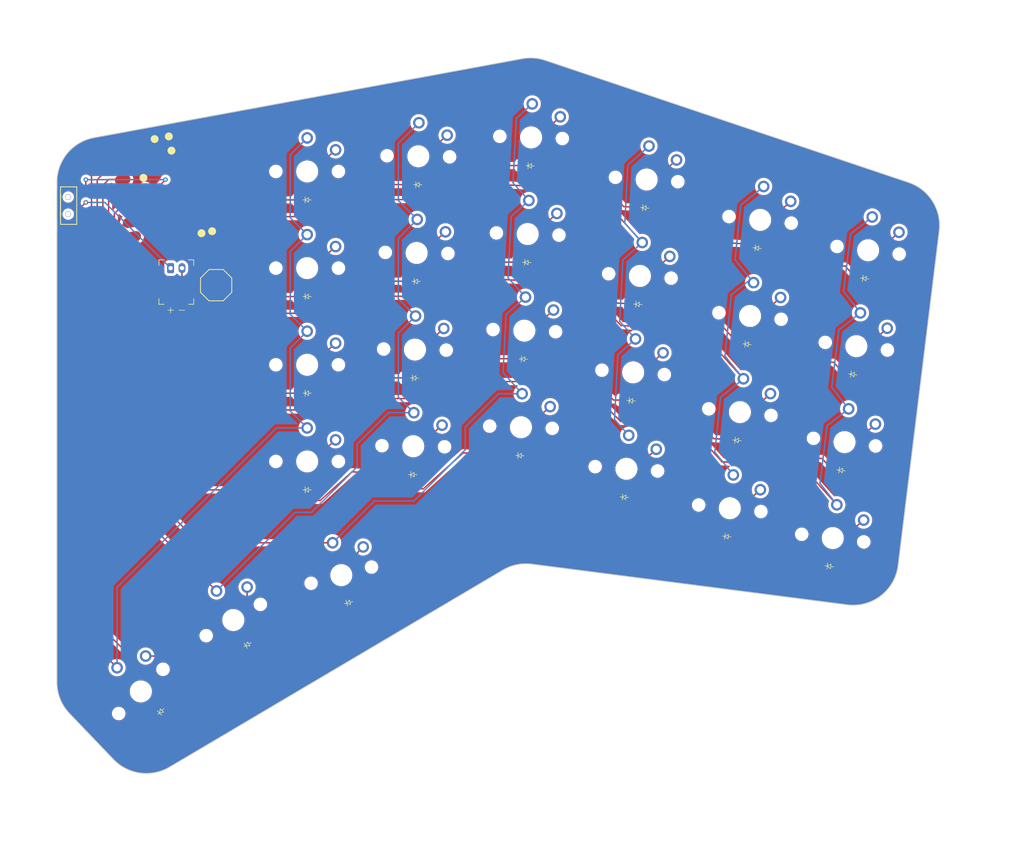
<source format=kicad_pcb>
(kicad_pcb (version 20241229) (generator "pcbnew") (generator_version "9.0")
  (title_block (title "biggie-splays_choc_v1_right") (rev "v1.0.0") (company "Unknown"))
  (layers (0 "F.Cu" signal) (2 "B.Cu" signal) (13 "F.Paste" user) (15 "B.Paste" user) (5 "F.SilkS" user) (7 "B.SilkS" user) (1 "F.Mask" user) (3 "B.Mask" user) (25 "Edge.Cuts" user))
  (net 0 "")
  (net 1 "D5")
  (net 2 "mirror_stretch_bottom")
  (net 3 "GND")
  (net 4 "D1")
  (net 5 "D2")
  (net 6 "mirror_stretch_home")
  (net 7 "mirror_stretch_high")
  (net 8 "mirror_stretch_num")
  (net 9 "D7")
  (net 10 "mirror_pinky_bottom")
  (net 11 "mirror_pinky_home")
  (net 12 "mirror_pinky_high")
  (net 13 "mirror_pinky_num")
  (net 14 "D9")
  (net 15 "mirror_ring_bottom")
  (net 16 "mirror_ring_home")
  (net 17 "mirror_ring_high")
  (net 18 "mirror_ring_num")
  (net 19 "D3")
  (net 20 "mirror_middle_bottom")
  (net 21 "mirror_middle_home")
  (net 22 "mirror_middle_high")
  (net 23 "mirror_middle_num")
  (net 24 "mirror_index_bottom")
  (net 25 "mirror_index_home")
  (net 26 "mirror_index_high")
  (net 27 "mirror_index_num")
  (net 28 "D0")
  (net 29 "mirror_inner_bottom")
  (net 30 "mirror_inner_home")
  (net 31 "mirror_inner_high")
  (net 32 "mirror_inner_num")
  (net 33 "mirror_near_fan")
  (net 34 "mirror_mid_fan")
  (net 35 "mirror_far_fan")
  (net 36 "D4")
  (net 37 "D6")
  (net 38 "D8")
  (net 39 "D10")
  (net 40 "RAW3V3")
  (net 41 "RAW5V")
  (net 42 "RST")
  (net 43 "BAT")
  (net 44 "BATCON")
  (footprint "E73:SPDT_C128955" (layer "F.Cu") (at 141.987921 106.155117 90)
    (property "Reference" "T1" (hide yes))
    (property "Value" "" (hide yes))
  )
  (footprint "E73:SW_TACT_ALPS_SKQGABE010" (layer "F.Cu") (at 167.987919 120.155115 90)
    (property "Reference" "B1" (hide yes))
    (property "Value" "" (hide yes))
  )
  (footprint "ceoloide:diode_tht_sod123" (layer "F.Cu") (at 222.577676 116.1564 -2)
    (property "Reference" "D15" (hide yes))
    (property "Value" "")
  )
  (footprint "ceoloide:diode_tht_sod123" (layer "F.Cu") (at 279.905101 135.847807 -7)
    (property "Reference" "D3" (hide yes))
    (property "Value" "")
  )
  (footprint "ceoloide:diode_tht_sod123" (layer "F.Cu") (at 240.937848 140.478724 -4)
    (property "Reference" "D10" (hide yes))
    (property "Value" "")
  )
  (footprint "ceoloide:diode_tht_sod123" (layer "F.Cu") (at 158.285591 195.137618 45)
    (property "Reference" "D27" (hide yes))
    (property "Value" "")
  )
  (footprint "ceoloide:diode_tht_sod123" (layer "F.Cu") (at 275.761539 169.594377 -7)
    (property "Reference" "D1" (hide yes))
    (property "Value" "")
  )
  (footprint "ceoloide:diode_tht_sod123" (layer "F.Cu") (at 259.529478 147.452974 -6)
    (property "Reference" "D6" (hide yes))
    (property "Value" "")
  )
  (footprint "ceoloide:diode_tht_sod123" (layer "F.Cu") (at 257.752496 164.359846 -6)
    (property "Reference" "D5" (hide yes))
    (property "Value" "")
  )
  (footprint "ceoloide:diode_tht_sod123" (layer "F.Cu") (at 263.083448 113.639229 -6)
    (property "Reference" "D8" (hide yes))
    (property "Value" "")
  )
  (footprint "ceoloide:diode_tht_sod123" (layer "F.Cu") (at 183.987921 122.155117)
    (property "Reference" "D23" (hide yes))
    (property "Value" "")
  )
  (footprint "ceoloide:diode_tht_sod123" (layer "F.Cu") (at 203.143565 119.484604 -1)
    (property "Reference" "D19" (hide yes))
    (property "Value" "")
  )
  (footprint "ceoloide:diode_tht_sod123" (layer "F.Cu") (at 183.987921 139.155116)
    (property "Reference" "D22" (hide yes))
    (property "Value" "")
  )
  (footprint "ceoloide:diode_tht_sod123" (layer "F.Cu") (at 261.306464 130.546102 -6)
    (property "Reference" "D7" (hide yes))
    (property "Value" "")
  )
  (footprint "xiao_smd" (layer "F.Cu") (at 159.987922 102.655117 10.5)
    (property "Reference" "MCU1" (hide yes))
    (property "Value" "")
  )
  (footprint "ceoloide:diode_tht_sod123" (layer "F.Cu") (at 277.83332 152.72109 -7)
    (property "Reference" "D2" (hide yes))
    (property "Value" "")
  )
  (footprint "ceoloide:diode_tht_sod123" (layer "F.Cu") (at 202.846873 136.482015 -1)
    (property "Reference" "D18" (hide yes))
    (property "Value" "")
  )
  (footprint "ceoloide:diode_tht_sod123" (layer "F.Cu") (at 203.440256 102.487194 -1)
    (property "Reference" "D20" (hide yes))
    (property "Value" "")
  )
  (footprint "ceoloide:diode_tht_sod123" (layer "F.Cu") (at 243.309566 106.561545 -4)
    (property "Reference" "D12" (hide yes))
    (property "Value" "")
  )
  (footprint "ceoloide:diode_tht_sod123" (layer "F.Cu") (at 223.170969 99.166756 -2)
    (property "Reference" "D16" (hide yes))
    (property "Value" "")
  )
  (footprint "ceoloide:diode_tht_sod123" (layer "F.Cu") (at 202.550185 153.479426 -1)
    (property "Reference" "D17" (hide yes))
    (property "Value" "")
  )
  (footprint "ceoloide:diode_tht_sod123" (layer "F.Cu") (at 173.503178 183.376037 30)
    (property "Reference" "D26" (hide yes))
    (property "Value" "")
  )
  (footprint "ceoloide:diode_tht_sod123" (layer "F.Cu") (at 239.751987 157.437313 -4)
    (property "Reference" "D9" (hide yes))
    (property "Value" "")
  )
  (footprint "ceoloide:battery_connector_jst_ph_2" (layer "F.Cu") (at 160.987922 117.155117)
    (property "Reference" "JST1" (hide yes))
    (property "Value" "")
  )
  (footprint "ceoloide:diode_tht_sod123" (layer "F.Cu") (at 183.987919 156.155115)
    (property "Reference" "D21" (hide yes))
    (property "Value" "")
  )
  (footprint "ceoloide:diode_tht_sod123" (layer "F.Cu") (at 221.391094 150.135689 -2)
    (property "Reference" "D13" (hide yes))
    (property "Value" "")
  )
  (footprint "ceoloide:diode_tht_sod123" (layer "F.Cu") (at 221.984385 133.146045 -2)
    (property "Reference" "D14" (hide yes))
    (property "Value" "")
  )
  (footprint "ceoloide:diode_tht_sod123" (layer "F.Cu") (at 281.97688 118.974522 -7)
    (property "Reference" "D4" (hide yes))
    (property "Value" "")
  )
  (footprint "ceoloide:diode_tht_sod123" (layer "F.Cu") (at 191.282016 175.984746 15)
    (property "Reference" "D25" (hide yes))
    (property "Value" "")
  )
  (footprint "ceoloide:diode_tht_sod123" (layer "F.Cu") (at 183.987922 105.155115)
    (property "Reference" "D24" (hide yes))
    (property "Value" "")
  )
  (footprint "ceoloide:diode_tht_sod123" (layer "F.Cu") (at 242.123704 123.520135 -4)
    (property "Reference" "D11" (hide yes))
    (property "Value" "")
  )
  (footprint "ceoloide:switch_choc_v1_v2" (layer "B.Cu") (at 261.829105 125.573492 -6)
    (property "Reference" "S7" (hide yes))
    (property "Value" "")
  )
  (footprint "ceoloide:switch_choc_v1_v2" (layer "B.Cu") (at 202.934137 131.482778 -1)
    (property "Reference" "S18" (hide yes))
    (property "Value" "")
  )
  (footprint "ceoloide:switch_choc_v1_v2" (layer "B.Cu") (at 183.987922 117.155115)
    (property "Reference" "S23" (hide yes))
    (property "Value" "")
  )
  (footprint "ceoloide:switch_choc_v1_v2" (layer "B.Cu") (at 222.158881 128.149091 -2)
    (property "Reference" "S14" (hide yes))
    (property "Value" "")
  )
  (footprint "ceoloide:switch_choc_v1_v2" (layer "B.Cu") (at 278.442665 147.758361 -7)
    (property "Reference" "S2" (hide yes))
    (property "Value" "")
  )
  (footprint "ceoloide:switch_choc_v1_v2" (layer "B.Cu") (at 243.658349 101.573727 -4)
    (property "Reference" "S12" (hide yes))
    (property "Value" "")
  )
  (footprint "ceoloide:switch_choc_v1_v2" (layer "B.Cu") (at 280.514445 130.885076 -7)
    (property "Reference" "S3" (hide yes))
    (property "Value" "")
  )
  (footprint "ceoloide:switch_choc_v1_v2" (layer "B.Cu") (at 183.98792 134.155116)
    (property "Reference" "S22" (hide yes))
    (property "Value" "")
  )
  (footprint "ceoloide:switch_choc_v1_v2" (layer "B.Cu") (at 221.565591 145.138735 -2)
    (property "Reference" "S13" (hide yes))
    (property "Value" "")
  )
  (footprint "ceoloide:switch_choc_v1_v2" (layer "B.Cu") (at 183.987921 151.155115)
    (property "Reference" "S21" (hide yes))
    (property "Value" "")
  )
  (footprint "ceoloide:switch_choc_v1_v2" (layer "B.Cu") (at 263.60609 108.666619 -6)
    (property "Reference" "S8" (hide yes))
    (property "Value" "")
  )
  (footprint "ceoloide:switch_choc_v1_v2" (layer "B.Cu") (at 241.286629 135.490904 -4)
    (property "Reference" "S10" (hide yes))
    (property "Value" "")
  )
  (footprint "ceoloide:switch_choc_v1_v2" (layer "B.Cu") (at 202.637445 148.480188 -1)
    (property "Reference" "S17" (hide yes))
    (property "Value" "")
  )
  (footprint "ceoloide:switch_choc_v1_v2" (layer "B.Cu") (at 222.752173 111.15945 -2)
    (property "Reference" "S15" (hide yes))
    (property "Value" "")
  )
  (footprint "ceoloide:switch_choc_v1_v2" (layer "B.Cu") (at 260.052122 142.480365 -6)
    (property "Reference" "S6" (hide yes))
    (property "Value" "")
  )
  (footprint "ceoloide:switch_choc_v1_v2" (layer "B.Cu") (at 240.100768 152.449492 -4)
    (property "Reference" "S9" (hide yes))
    (property "Value" "")
  )
  (footprint "ceoloide:switch_choc_v1_v2" (layer "B.Cu") (at 282.586227 114.01179 -7)
    (property "Reference" "S4" (hide yes))
    (property "Value" "")
  )
  (footprint "ceoloide:switch_choc_v1_v2" (layer "B.Cu") (at 171.00318 179.045912 30)
    (property "Reference" "S26" (hide yes))
    (property "Value" "")
  )
  (footprint "ceoloide:switch_choc_v1_v2" (layer "B.Cu") (at 258.275139 159.387238 -6)
    (property "Reference" "S5" (hide yes))
    (property "Value" "")
  )
  (footprint "ceoloide:switch_choc_v1_v2" (layer "B.Cu") (at 276.370889 164.631645 -7)
    (property "Reference" "S1" (hide yes))
    (property "Value" "")
  )
  (footprint "ceoloide:switch_choc_v1_v2" (layer "B.Cu") (at 154.750058 191.602084 45)
    (property "Reference" "S27" (hide yes))
    (property "Value" "")
  )
  (footprint "ceoloide:switch_choc_v1_v2" (layer "B.Cu") (at 189.987921 171.155116 15)
    (property "Reference" "S25" (hide yes))
    (property "Value" "")
  )
  (footprint "ceoloide:switch_choc_v1_v2" (layer "B.Cu") (at 203.527518 97.487955 -1)
    (property "Reference" "S20" (hide yes))
    (property "Value" "")
  )
  (footprint "ceoloide:switch_choc_v1_v2" (layer "B.Cu") (at 242.472489 118.532316 -4)
    (property "Reference" "S11" (hide yes))
    (property "Value" "")
  )
  (footprint "ceoloide:switch_choc_v1_v2" (layer "B.Cu") (at 203.230826 114.485366 -1)
    (property "Reference" "S19" (hide yes))
    (property "Value" "")
  )
  (footprint "ceoloide:switch_choc_v1_v2" (layer "B.Cu") (at 223.345467 94.169804 -2)
    (property "Reference" "S16" (hide yes))
    (property "Value" "")
  )
  (footprint "ceoloide:switch_choc_v1_v2" (layer "B.Cu") (at 183.987921 100.155116)
    (property "Reference" "S24" (hide yes))
    (property "Value" "")
  )
  (gr_line (start 139.987921 102.063715) (end 139.987921 189.945626) (stroke (width 0.15)) (layer "Edge.Cuts"))
  (gr_arc (start 289.700721 102.078839) (mid 293.919578 105.397826) (end 295.090787 110.636403) (stroke (width 0.15)) (layer "Edge.Cuts"))
  (gr_line (start 289.70072 102.078838) (end 225.807075 80.589145) (stroke (width 0.15)) (layer "Edge.Cuts"))
  (gr_arc (start 221.804783 80.304628) (mid 223.824056 80.191895) (end 225.807075 80.589145) (stroke (width 0.15)) (layer "Edge.Cuts"))
  (gr_arc (start 142.20611 195.4747) (mid 140.563149 192.924343) (end 139.987921 189.945626) (stroke (width 0.15)) (layer "Edge.Cuts"))
  (gr_arc (start 159.791323 204.916178) (mid 154.62777 205.955402) (end 149.937274 203.559259) (stroke (width 0.15)) (layer "Edge.Cuts"))
  (gr_arc (start 287.873083 169.419908) (mid 284.83866 174.764108) (end 278.909101 176.379198) (stroke (width 0.15)) (layer "Edge.Cuts"))
  (gr_line (start 223.464871 169.22623) (end 278.909101 176.379198) (stroke (width 0.15)) (layer "Edge.Cuts"))
  (gr_line (start 159.791324 204.916178) (end 218.369021 170.274483) (stroke (width 0.15)) (layer "Edge.Cuts"))
  (gr_line (start 142.20611 195.4747) (end 149.937274 203.559259) (stroke (width 0.15)) (layer "Edge.Cuts"))
  (gr_arc (start 218.369021 170.274483) (mid 220.829354 169.324547) (end 223.464871 169.22623) (stroke (width 0.15)) (layer "Edge.Cuts"))
  (gr_line (start 221.804783 80.304628) (end 146.535929 94.196586) (stroke (width 0.15)) (layer "Edge.Cuts"))
  (gr_arc (start 139.987921 102.063714) (mid 141.839104 96.945901) (end 146.535929 94.196586) (stroke (width 0.15)) (layer "Edge.Cuts"))
  (gr_line (start 287.873083 169.419908) (end 295.090787 110.636403) (stroke (width 0.15)) (layer "Edge.Cuts"))
  (segment (start 251.058618 144.728929) (end 256.902114 151.218789) (width 0.25) (layer "F.Cu") (net 1))
  (segment (start 270.94854 151.954931) (end 277.089918 158.775623) (width 0.25) (layer "F.Cu") (net 1))
  (segment (start 232.071795 137.100726) (end 239.071796 144.100726) (width 0.25) (layer "F.Cu") (net 1))
  (segment (start 256.902114 151.218789) (end 270.94854 151.954931) (width 0.25) (layer "F.Cu") (net 1))
  (segment (start 151.071795 110.100726) (end 151.071795 129.100726) (width 0.25) (layer "F.Cu") (net 1))
  (segment (start 190.071796 140.100726) (end 206.071795 140.100726) (width 0.25) (layer "F.Cu") (net 1))
  (segment (start 239.071796 144.100726) (end 251.058618 144.728929) (width 0.25) (layer "F.Cu") (net 1))
  (segment (start 164.071796 142.100726) (end 188.071796 142.100726) (width 0.25) (layer "F.Cu") (net 1))
  (segment (start 206.071795 140.100726) (end 209.071796 137.100727) (width 0.25) (layer "F.Cu") (net 1))
  (segment (start 151.071795 129.100726) (end 164.071796 142.100726) (width 0.25) (layer "F.Cu") (net 1))
  (segment (start 209.071796 137.100727) (end 232.071795 137.100726) (width 0.25) (layer "F.Cu") (net 1))
  (segment (start 152.133837 109.038685) (end 151.071795 110.100726) (width 0.25) (layer "F.Cu") (net 1))
  (segment (start 153.421276 109.038685) (end 152.133837 109.038685) (width 0.25) (layer "F.Cu") (net 1))
  (segment (start 188.071796 142.100726) (end 190.071796 140.100726) (width 0.25) (layer "F.Cu") (net 1))
  (segment (start 281.233475 125.029053) (end 277.436514 127.995564) (width 0.25) (layer "B.Cu") (net 1))
  (segment (start 274.123407 154.978662) (end 277.089918 158.775623) (width 0.25) (layer "B.Cu") (net 1))
  (segment (start 278.266964 121.232093) (end 281.233475 125.029053) (width 0.25) (layer "B.Cu") (net 1))
  (segment (start 283.305256 108.155768) (end 279.508294 111.122281) (width 0.25) (layer "B.Cu") (net 1))
  (segment (start 276.195185 138.105379) (end 279.161695 141.902339) (width 0.25) (layer "B.Cu") (net 1))
  (segment (start 275.364736 144.868849) (end 274.123407 154.978662) (width 0.25) (layer "B.Cu") (net 1))
  (segment (start 279.508294 111.122281) (end 278.266964 121.232093) (width 0.25) (layer "B.Cu") (net 1))
  (segment (start 279.161695 141.902339) (end 275.364736 144.868849) (width 0.25) (layer "B.Cu") (net 1))
  (segment (start 277.436514 127.995564) (end 276.195185 138.105379) (width 0.25) (layer "B.Cu") (net 1))
  (segment (start 280.134563 162.965931) (end 281.796724 161.469316) (width 0.25) (layer "F.Cu") (net 2))
  (segment (start 279.894386 167.548824) (end 280.134563 162.965931) (width 0.25) (layer "F.Cu") (net 2))
  (segment (start 277.399243 169.795461) (end 279.894386 167.548824) (width 0.25) (layer "F.Cu") (net 2))
  (segment (start 164.087205 112.59766) (end 164.087205 98.738908) (width 0.25) (layer "F.Cu") (net 3))
  (segment (start 161.987922 122.498374) (end 165.087205 125.597659) (width 0.25) (layer "F.Cu") (net 3))
  (segment (start 161.987919 117.155116) (end 161.987922 122.498374) (width 0.25) (layer "F.Cu") (net 3))
  (segment (start 165.087206 113.597659) (end 164.087205 112.59766) (width 0.25) (layer "F.Cu") (net 3))
  (segment (start 167.495378 125.597659) (end 169.837921 123.255117) (width 0.25) (layer "F.Cu") (net 3))
  (segment (start 164.087205 98.738908) (end 166.554565 96.271546) (width 0.25) (layer "F.Cu") (net 3))
  (segment (start 166.087205 113.597658) (end 165.087206 113.597659) (width 0.25) (layer "F.Cu") (net 3))
  (segment (start 165.087205 125.597659) (end 167.495378 125.597659) (width 0.25) (layer "F.Cu") (net 3))
  (segment (start 169.837921 117.055116) (end 169.544663 117.055117) (width 0.25) (layer "F.Cu") (net 3))
  (segment (start 169.837921 123.255117) (end 169.837921 117.055116) (width 0.25) (layer "F.Cu") (net 3))
  (segment (start 169.544663 117.055117) (end 166.087205 113.597658) (width 0.25) (layer "F.Cu") (net 3))
  (segment (start 157.118865 189.629318) (end 157.118865 196.304344) (width 0.25) (layer "F.Cu") (net 4))
  (segment (start 172.074238 184.201038) (end 175.483828 184.201037) (width 0.25) (layer "F.Cu") (net 4))
  (segment (start 157.118865 196.304344) (end 159.380521 196.304344) (width 0.25) (layer "F.Cu") (net 4))
  (segment (start 147.087206 101.597659) (end 147.087205 179.59766) (width 0.25) (layer "F.Cu") (net 4))
  (segment (start 151.569761 99.048815) (end 149.63605 99.048817) (width 0.25) (layer "F.Cu") (net 4))
  (segment (start 171.483829 184.201037) (end 172.074238 184.201038) (width 0.25) (layer "F.Cu") (net 4))
  (segment (start 149.63605 99.048817) (end 147.087206 101.597659) (width 0.25) (layer "F.Cu") (net 4))
  (segment (start 159.380521 196.304344) (end 171.483829 184.201037) (width 0.25) (layer "F.Cu") (net 4))
  (segment (start 147.087205 179.59766) (end 157.118865 189.629318) (width 0.25) (layer "F.Cu") (net 4))
  (segment (start 183.273069 176.411796) (end 189.688238 176.411796) (width 0.25) (layer "F.Cu") (net 4))
  (segment (start 175.483828 184.201037) (end 183.273069 176.411796) (width 0.25) (layer "F.Cu") (net 4))
  (segment (start 148.087204 102.597659) (end 148.087205 153.970386) (width 0.25) (layer "F.Cu") (net 5))
  (segment (start 148.087205 153.970386) (end 168.05318 173.93636) (width 0.25) (layer "F.Cu") (net 5))
  (segment (start 152.03264 101.546283) (end 149.138582 101.546283) (width 0.25) (layer "F.Cu") (net 5))
  (segment (start 149.138582 101.546283) (end 148.087204 102.597659) (width 0.25) (layer "F.Cu") (net 5))
  (segment (start 192.771796 152.100726) (end 184.771795 160.100726) (width 0.25) (layer "B.Cu") (net 5))
  (segment (start 181.888815 160.100726) (end 168.05318 173.936362) (width 0.25) (layer "B.Cu") (net 5))
  (segment (start 203.333796 108.586265) (end 200.015411 111.904651) (width 0.25) (layer "B.Cu") (net 5))
  (segment (start 200.015409 95.203931) (end 200.01541 105.267879) (width 0.25) (layer "B.Cu") (net 5))
  (segment (start 200.01541 139.856082) (end 202.740415 142.581088) (width 0.25) (layer "B.Cu") (net 5))
  (segment (start 203.037106 125.583676) (end 200.01541 128.605372) (width 0.25) (layer "B.Cu") (net 5))
  (segment (start 202.740414 142.581088) (end 198.291434 142.581088) (width 0.25) (layer "B.Cu") (net 5))
  (segment (start 203.630487 91.588853) (end 200.015409 95.203931) (width 0.25) (layer "B.Cu") (net 5))
  (segment (start 200.015409 122.56198) (end 203.037106 125.583676) (width 0.25) (layer "B.Cu") (net 5))
  (segment (start 198.291434 142.581088) (end 192.771796 148.100726) (width 0.25) (layer "B.Cu") (net 5))
  (segment (start 200.01541 105.267879) (end 203.333796 108.586265) (width 0.25) (layer "B.Cu") (net 5))
  (segment (start 192.771796 148.100726) (end 192.771796 152.100726) (width 0.25) (layer "B.Cu") (net 5))
  (segment (start 200.01541 128.605372) (end 200.01541 139.856082) (width 0.25) (layer "B.Cu") (net 5))
  (segment (start 184.771795 160.100726) (end 181.888815 160.100726) (width 0.25) (layer "B.Cu") (net 5))
  (segment (start 200.015411 111.904651) (end 200.015409 122.56198) (width 0.25) (layer "B.Cu") (net 5))
  (segment (start 279.471023 152.922176) (end 281.770832 150.851417) (width 0.25) (layer "F.Cu") (net 6))
  (segment (start 282.011012 146.268524) (end 283.868503 144.596033) (width 0.25) (layer "F.Cu") (net 6))
  (segment (start 281.770832 150.851417) (end 282.011012 146.268524) (width 0.25) (layer "F.Cu") (net 6))
  (segment (start 283.887459 129.571117) (end 285.940283 127.722747) (width 0.25) (layer "F.Cu") (net 7))
  (segment (start 283.647279 134.154011) (end 283.887459 129.571117) (width 0.25) (layer "F.Cu") (net 7))
  (segment (start 281.5428 136.048892) (end 283.647279 134.154011) (width 0.25) (layer "F.Cu") (net 7))
  (segment (start 285.763904 112.873711) (end 288.01206 110.849462) (width 0.25) (layer "F.Cu") (net 8))
  (segment (start 285.523726 117.456606) (end 285.763904 112.873711) (width 0.25) (layer "F.Cu") (net 8))
  (segment (start 283.614581 119.175607) (end 285.523726 117.456606) (width 0.25) (layer "F.Cu") (net 8))
  (segment (start 172.071796 117.100726) (end 180.071796 125.100726) (width 0.25) (layer "F.Cu") (net 9))
  (segment (start 168.868958 108.758884) (end 170.729954 108.758884) (width 0.25) (layer "F.Cu") (net 9))
  (segment (start 180.071796 125.100726) (end 188.071795 125.100726) (width 0.25) (layer "F.Cu") (net 9))
  (segment (start 207.071796 122.100726) (end 210.781451 118.760537) (width 0.25) (layer "F.Cu") (net 9))
  (segment (start 191.071796 122.100726) (end 207.071796 122.100726) (width 0.25) (layer "F.Cu") (net 9))
  (segment (start 188.071795 125.100726) (end 191.071796 122.100726) (width 0.25) (layer "F.Cu") (net 9))
  (segment (start 210.781451 118.760537) (end 232.507825 119.899168) (width 0.25) (layer "F.Cu") (net 9))
  (segment (start 172.071795 110.100726) (end 172.071796 117.100726) (width 0.25) (layer "F.Cu") (net 9))
  (segment (start 252.893354 127.977135) (end 260.66884 136.612686) (width 0.25) (layer "F.Cu") (net 9))
  (segment (start 239.13188 127.255927) (end 252.893354 127.977135) (width 0.25) (layer "F.Cu") (net 9))
  (segment (start 170.729954 108.758884) (end 172.071795 110.100726) (width 0.25) (layer "F.Cu") (net 9))
  (segment (start 232.507825 119.899168) (end 239.13188 127.255927) (width 0.25) (layer "F.Cu") (net 9))
  (segment (start 260.66884 136.612686) (end 256.649526 139.867462) (width 0.25) (layer "B.Cu") (net 9))
  (segment (start 260.203494 106.053717) (end 259.191046 115.6865) (width 0.25) (layer "B.Cu") (net 9))
  (segment (start 258.542507 121.856956) (end 257.414064 132.593372) (width 0.25) (layer "B.Cu") (net 9))
  (segment (start 256.649526 139.867462) (end 255.63708 149.500243) (width 0.25) (layer "B.Cu") (net 9))
  (segment (start 259.191046 115.6865) (end 262.445822 119.705813) (width 0.25) (layer "B.Cu") (net 9))
  (segment (start 257.414064 132.593372) (end 260.66884 136.612686) (width 0.25) (layer "B.Cu") (net 9))
  (segment (start 262.445822 119.705813) (end 261.34219 119.589816) (width 0.25) (layer "B.Cu") (net 9))
  (segment (start 261.34219 119.589816) (end 258.542507 121.856956) (width 0.25) (layer "B.Cu") (net 9))
  (segment (start 264.222808 102.798941) (end 260.203494 106.053717) (width 0.25) (layer "B.Cu") (net 9))
  (segment (start 255.63708 149.500243) (end 258.891857 153.519559) (width 0.25) (layer "B.Cu") (net 9))
  (segment (start 261.35883 158.189133) (end 263.644959 156.130696) (width 0.25) (layer "F.Cu") (net 10))
  (segment (start 259.393457 164.532318) (end 261.107273 162.989192) (width 0.25) (layer "F.Cu") (net 10))
  (segment (start 261.107273 162.989192) (end 261.35883 158.189133) (width 0.25) (layer "F.Cu") (net 10))
  (segment (start 261.170441 147.625446) (end 263.000163 145.977954) (width 0.25) (layer "F.Cu") (net 11))
  (segment (start 263.000163 145.977954) (end 263.251727 141.177894) (width 0.25) (layer "F.Cu") (net 11))
  (segment (start 263.251727 141.177894) (end 265.421941 139.223824) (width 0.25) (layer "F.Cu") (net 11))
  (segment (start 262.947424 130.718574) (end 264.893059 128.966716) (width 0.25) (layer "F.Cu") (net 12))
  (segment (start 265.144619 124.166655) (end 267.198924 122.31695) (width 0.25) (layer "F.Cu") (net 12))
  (segment (start 264.893059 128.966716) (end 265.144619 124.166655) (width 0.25) (layer "F.Cu") (net 12))
  (segment (start 264.724409 113.811701) (end 266.785951 111.95548) (width 0.25) (layer "F.Cu") (net 13))
  (segment (start 266.785951 111.95548) (end 267.037513 107.155417) (width 0.25) (layer "F.Cu") (net 13))
  (segment (start 267.037513 107.155417) (end 268.975908 105.410079) (width 0.25) (layer "F.Cu") (net 13))
  (segment (start 187.071796 108.100726) (end 190.071795 105.100726) (width 0.25) (layer "F.Cu") (net 14))
  (segment (start 175.071796 108.100727) (end 187.071796 108.100726) (width 0.25) (layer "F.Cu") (net 14))
  (segment (start 170.735019 103.763949) (end 175.071796 108.100727) (width 0.25) (layer "F.Cu") (net 14))
  (segment (start 208.071796 105.100726) (end 211.071796 102.100726) (width 0.25) (layer "F.Cu") (net 14))
  (segment (start 211.071796 102.100726) (end 234.493658 103.328214) (width 0.25) (layer "F.Cu") (net 14))
  (segment (start 190.071795 105.100726) (end 208.071796 105.100726) (width 0.25) (layer "F.Cu") (net 14))
  (segment (start 234.493658 103.328214) (end 242.884052 112.64669) (width 0.25) (layer "F.Cu") (net 14))
  (segment (start 167.943202 103.763949) (end 170.735019 103.763949) (width 0.25) (layer "F.Cu") (net 14))
  (segment (start 242.884053 112.646687) (end 239.480155 115.711569) (width 0.25) (layer "B.Cu") (net 14))
  (segment (start 239.81917 109.242792) (end 242.884053 112.646687) (width 0.25) (layer "B.Cu") (net 14))
  (segment (start 239.480155 115.711569) (end 238.914068 126.513194) (width 0.25) (layer "B.Cu") (net 14))
  (segment (start 238.914068 126.513194) (end 241.698192 129.605276) (width 0.25) (layer "B.Cu") (net 14))
  (segment (start 240.354204 99.033737) (end 239.81917 109.242792) (width 0.25) (layer "B.Cu") (net 14))
  (segment (start 244.069912 95.688098) (end 240.354204 99.033737) (width 0.25) (layer "B.Cu") (net 14))
  (segment (start 238.606109 132.3894) (end 238.008964 143.783595) (width 0.25) (layer "B.Cu") (net 14))
  (segment (start 238.008964 143.783595) (end 240.512329 146.563864) (width 0.25) (layer "B.Cu") (net 14))
  (segment (start 241.698192 129.605276) (end 238.606109 132.3894) (width 0.25) (layer "B.Cu") (net 14))
  (segment (start 243.73913 150.461263) (end 245.353664 149.007531) (width 0.25) (layer "F.Cu") (net 15))
  (segment (start 241.397969 157.552411) (end 243.465041 155.69121) (width 0.25) (layer "F.Cu") (net 15))
  (segment (start 243.465041 155.69121) (end 243.73913 150.461263) (width 0.25) (layer "F.Cu") (net 15))
  (segment (start 242.583829 140.593822) (end 244.33909 139.013379) (width 0.25) (layer "F.Cu") (net 16))
  (segment (start 244.33909 139.013379) (end 244.613179 133.783433) (width 0.25) (layer "F.Cu") (net 16))
  (segment (start 244.613179 133.783433) (end 246.539525 132.048943) (width 0.25) (layer "F.Cu") (net 16))
  (segment (start 243.769686 123.635233) (end 245.213137 122.335544) (width 0.25) (layer "F.Cu") (net 17))
  (segment (start 245.213137 122.335544) (end 245.487227 117.1056) (width 0.25) (layer "F.Cu") (net 17))
  (segment (start 245.487227 117.1056) (end 247.725384 115.090355) (width 0.25) (layer "F.Cu") (net 17))
  (segment (start 244.955546 106.676644) (end 247.138151 104.711419) (width 0.25) (layer "F.Cu") (net 18))
  (segment (start 247.412239 99.481475) (end 248.911244 98.131767) (width 0.25) (layer "F.Cu") (net 18))
  (segment (start 247.138151 104.711419) (end 247.412239 99.481475) (width 0.25) (layer "F.Cu") (net 18))
  (segment (start 152.495519 104.043753) (end 149.641111 104.043751) (width 0.25) (layer "F.Cu") (net 19))
  (segment (start 149.641111 104.043751) (end 149.087206 104.597659) (width 0.25) (layer "F.Cu") (net 19))
  (segment (start 164.945702 165.456154) (end 188.460889 165.456155) (width 0.25) (layer "F.Cu") (net 19))
  (segment (start 149.087206 149.597659) (end 164.945702 165.456154) (width 0.25) (layer "F.Cu") (net 19))
  (segment (start 149.087206 104.597659) (end 149.087206 149.597659) (width 0.25) (layer "F.Cu") (net 19))
  (segment (start 219.288932 118.836601) (end 222.364789 122.252684) (width 0.25) (layer "B.Cu") (net 19))
  (segment (start 220.162981 102.15877) (end 222.95808 105.263041) (width 0.25) (layer "B.Cu") (net 19))
  (segment (start 222.95808 105.263041) (end 219.853808 108.058142) (width 0.25) (layer "B.Cu") (net 19))
  (segment (start 188.460888 165.456154) (end 195.771795 158.145246) (width 0.25) (layer "B.Cu") (net 19))
  (segment (start 195.771795 158.100726) (end 202.771796 158.100726) (width 0.25) (layer "B.Cu") (net 19))
  (segment (start 217.630194 139.242328) (end 221.771497 139.242328) (width 0.25) (layer "B.Cu") (net 19))
  (segment (start 211.771795 145.100726) (end 217.630194 139.242328) (width 0.25) (layer "B.Cu") (net 19))
  (segment (start 211.771795 149.100726) (end 211.771795 145.100726) (width 0.25) (layer "B.Cu") (net 19))
  (segment (start 219.853808 108.058142) (end 219.288932 118.836601) (width 0.25) (layer "B.Cu") (net 19))
  (segment (start 218.414884 135.514431) (end 221.771499 139.242328) (width 0.25) (layer "B.Cu") (net 19))
  (segment (start 220.758912 90.78774) (end 220.162981 102.15877) (width 0.25) (layer "B.Cu") (net 19))
  (segment (start 223.551373 88.273396) (end 220.758912 90.78774) (width 0.25) (layer "B.Cu") (net 19))
  (segment (start 218.948704 125.32854) (end 218.414884 135.514431) (width 0.25) (layer "B.Cu") (net 19))
  (segment (start 195.771795 158.145246) (end 195.771795 158.100726) (width 0.25) (layer "B.Cu") (net 19))
  (segment (start 222.364789 122.252684) (end 218.948704 125.32854) (width 0.25) (layer "B.Cu") (net 19))
  (segment (start 202.771796 158.100726) (end 211.771795 149.100726) (width 0.25) (layer "B.Cu") (net 19))
  (segment (start 223.040089 150.193273) (end 224.810649 148.599052) (width 0.25) (layer "F.Cu") (net 20))
  (segment (start 225.106936 142.945593) (end 226.695163 141.515546) (width 0.25) (layer "F.Cu") (net 20))
  (segment (start 224.810649 148.599052) (end 225.106936 142.945593) (width 0.25) (layer "F.Cu") (net 20))
  (segment (start 224.961072 126.621485) (end 227.288453 124.525902) (width 0.25) (layer "F.Cu") (net 21))
  (segment (start 223.633381 133.20363) (end 224.664789 132.274946) (width 0.25) (layer "F.Cu") (net 21))
  (segment (start 224.664789 132.274946) (end 224.961072 126.621485) (width 0.25) (layer "F.Cu") (net 21))
  (segment (start 225.569889 115.004545) (end 225.866177 109.351085) (width 0.25) (layer "F.Cu") (net 22))
  (segment (start 224.226671 116.213986) (end 225.569889 115.004545) (width 0.25) (layer "F.Cu") (net 22))
  (segment (start 225.866177 109.351085) (end 227.881746 107.536259) (width 0.25) (layer "F.Cu") (net 22))
  (segment (start 226.77128 92.080686) (end 228.475038 90.546614) (width 0.25) (layer "F.Cu") (net 23))
  (segment (start 224.819962 99.224341) (end 226.474995 97.734143) (width 0.25) (layer "F.Cu") (net 23))
  (segment (start 226.474995 97.734143) (end 226.77128 92.080686) (width 0.25) (layer "F.Cu") (net 23))
  (segment (start 205.900285 146.391205) (end 207.703003 144.768029) (width 0.25) (layer "F.Cu") (net 24))
  (segment (start 205.593036 152.253867) (end 205.900285 146.391205) (width 0.25) (layer "F.Cu") (net 24))
  (segment (start 204.199934 153.508222) (end 205.593036 152.253867) (width 0.25) (layer "F.Cu") (net 24))
  (segment (start 204.496621 136.510811) (end 205.462288 135.641321) (width 0.25) (layer "F.Cu") (net 25))
  (segment (start 205.462288 135.641321) (end 205.769536 129.77866) (width 0.25) (layer "F.Cu") (net 25))
  (segment (start 205.769536 129.77866) (end 207.999693 127.770619) (width 0.25) (layer "F.Cu") (net 25))
  (segment (start 204.793314 119.5134) (end 206.38251 118.082482) (width 0.25) (layer "F.Cu") (net 26))
  (segment (start 206.38251 118.082482) (end 206.689759 112.219821) (width 0.25) (layer "F.Cu") (net 26))
  (segment (start 206.689759 112.219821) (end 208.296385 110.773207) (width 0.25) (layer "F.Cu") (net 26))
  (segment (start 206.251762 101.469937) (end 206.55901 95.607275) (width 0.25) (layer "F.Cu") (net 27))
  (segment (start 206.55901 95.607275) (end 208.593076 93.775797) (width 0.25) (layer "F.Cu") (net 27))
  (segment (start 205.090005 102.515992) (end 206.251762 101.469937) (width 0.25) (layer "F.Cu") (net 27))
  (segment (start 146.087203 182.939232) (end 150.578126 187.430154) (width 0.25) (layer "F.Cu") (net 28))
  (segment (start 149.133517 96.551348) (end 146.087204 99.597658) (width 0.25) (layer "F.Cu") (net 28))
  (segment (start 151.106884 96.551348) (end 149.133517 96.551348) (width 0.25) (layer "F.Cu") (net 28))
  (segment (start 146.087204 99.597658) (end 146.087203 182.939232) (width 0.25) (layer "F.Cu") (net 28))
  (segment (start 183.98792 128.255116) (end 181.015409 131.227626) (width 0.25) (layer "B.Cu") (net 28))
  (segment (start 183.98792 145.255115) (end 178.617406 145.255115) (width 0.25) (layer "B.Cu") (net 28))
  (segment (start 178.617406 145.255115) (end 150.578128 173.294394) (width 0.25) (layer "B.Cu") (net 28))
  (segment (start 181.01541 125.282607) (end 183.98792 128.255116) (width 0.25) (layer "B.Cu") (net 28))
  (segment (start 181.01541 97.227627) (end 181.015408 108.282605) (width 0.25) (layer "B.Cu") (net 28))
  (segment (start 183.987921 94.255117) (end 181.01541 97.227627) (width 0.25) (layer "B.Cu") (net 28))
  (segment (start 181.015408 108.282605) (end 183.987921 111.255116) (width 0.25) (layer "B.Cu") (net 28))
  (segment (start 181.01541 142.282605) (end 183.987919 145.255116) (width 0.25) (layer "B.Cu") (net 28))
  (segment (start 150.578128 173.294394) (end 150.578127 187.430154) (width 0.25) (layer "B.Cu") (net 28))
  (segment (start 181.01541 114.227626) (end 181.01541 125.282607) (width 0.25) (layer "B.Cu") (net 28))
  (segment (start 181.015409 131.227626) (end 181.01541 142.282605) (width 0.25) (layer "B.Cu") (net 28))
  (segment (start 183.987921 111.255116) (end 181.01541 114.227626) (width 0.25) (layer "B.Cu") (net 28))
  (segment (start 187.449356 154.524095) (end 187.767476 148.454011) (width 0.25) (layer "F.Cu") (net 29))
  (segment (start 187.767476 148.454011) (end 188.987921 147.355116) (width 0.25) (layer "F.Cu") (net 29))
  (segment (start 185.637921 156.155117) (end 187.449356 154.524095) (width 0.25) (layer "F.Cu") (net 29))
  (segment (start 187.651565 131.558375) (end 188.987918 130.355116) (width 0.25) (layer "F.Cu") (net 30))
  (segment (start 185.637921 139.155116) (end 187.333446 137.628459) (width 0.25) (layer "F.Cu") (net 30))
  (segment (start 187.333446 137.628459) (end 187.651565 131.558375) (width 0.25) (layer "F.Cu") (net 30))
  (segment (start 187.217535 120.732825) (end 187.535654 114.662743) (width 0.25) (layer "F.Cu") (net 31))
  (segment (start 185.637922 122.155116) (end 187.217535 120.732825) (width 0.25) (layer "F.Cu") (net 31))
  (segment (start 187.535654 114.662743) (end 188.987921 113.355117) (width 0.25) (layer "F.Cu") (net 31))
  (segment (start 185.63792 105.155116) (end 187.101625 103.83719) (width 0.25) (layer "F.Cu") (net 32))
  (segment (start 187.101625 103.83719) (end 187.419746 97.767107) (width 0.25) (layer "F.Cu") (net 32))
  (segment (start 187.419746 97.767107) (end 188.987922 96.355117) (width 0.25) (layer "F.Cu") (net 32))
  (segment (start 192.875794 167.148747) (end 193.834036 166.190503) (width 0.25) (layer "F.Cu") (net 33))
  (segment (start 192.875793 175.557694) (end 192.875794 167.148747) (width 0.25) (layer "F.Cu") (net 33))
  (segment (start 173.433308 181.052222) (end 174.932122 182.551036) (width 0.25) (layer "F.Cu") (net 34))
  (segment (start 173.433307 173.255014) (end 173.433308 181.052222) (width 0.25) (layer "F.Cu") (net 34))
  (segment (start 158.869089 185.379545) (end 160.087206 186.597659) (width 0.25) (layer "F.Cu") (net 35))
  (segment (start 155.598583 185.379544) (end 158.869089 185.379545) (width 0.25) (layer "F.Cu") (net 35))
  (segment (start 160.087207 193.336003) (end 159.452315 193.970891) (width 0.25) (layer "F.Cu") (net 35))
  (segment (start 160.087206 186.597659) (end 160.087207 193.336003) (width 0.25) (layer "F.Cu") (net 35))
  (segment (start 238.106006 157.322217) (end 240.394293 159.863617) (width 0.25) (layer "F.Cu") (net 36))
  (segment (start 204.396683 155.974318) (end 211.428954 149.642432) (width 0.25) (layer "F.Cu") (net 36))
  (segment (start 254.06648 163.584262) (end 255.642879 163.666879) (width 0.25) (layer "F.Cu") (net 36))
  (segment (start 211.428954 149.642432) (end 219.742097 150.078104) (width 0.25) (layer "F.Cu") (net 36))
  (segment (start 183.913483 157.904956) (end 186.264343 158.028159) (width 0.25) (layer "F.Cu") (net 36))
  (segment (start 150.087206 144.597658) (end 161.644663 156.155117) (width 0.25) (layer "F.Cu") (net 36))
  (segment (start 182.33792 156.155116) (end 183.913483 157.904956) (width 0.25) (layer "F.Cu") (net 36))
  (segment (start 203.112159 155.906999) (end 204.396683 155.974318) (width 0.25) (layer "F.Cu") (net 36))
  (segment (start 219.742097 150.078104) (end 221.342515 151.855549) (width 0.25) (layer "F.Cu") (net 36))
  (segment (start 231.621358 152.39424) (end 235.957127 157.209597) (width 0.25) (layer "F.Cu") (net 36))
  (segment (start 256.111533 164.187375) (end 256.081254 164.765144) (width 0.25) (layer "F.Cu") (net 36))
  (segment (start 221.342515 151.855549) (end 231.621358 152.39424) (width 0.25) (layer "F.Cu") (net 36))
  (segment (start 200.900435 153.450633) (end 203.112159 155.906999) (width 0.25) (layer "F.Cu") (net 36))
  (segment (start 272.46655 167.552687) (end 274.12384 169.393292) (width 0.25) (layer "F.Cu") (net 36))
  (segment (start 255.642879 163.666879) (end 256.111533 164.187375) (width 0.25) (layer "F.Cu") (net 36))
  (segment (start 257.903987 166.789495) (end 272.46655 167.552687) (width 0.25) (layer "F.Cu") (net 36))
  (segment (start 240.394293 159.863617) (end 251.227596 160.431368) (width 0.25) (layer "F.Cu") (net 36))
  (segment (start 186.264343 158.028159) (end 191.873607 152.977557) (width 0.25) (layer "F.Cu") (net 36))
  (segment (start 150.087206 107.597659) (end 150.087206 144.597658) (width 0.25) (layer "F.Cu") (net 36))
  (segment (start 161.644663 156.155117) (end 182.337921 156.155116) (width 0.25) (layer "F.Cu") (net 36))
  (segment (start 152.958397 106.541218) (end 151.143646 106.541217) (width 0.25) (layer "F.Cu") (net 36))
  (segment (start 256.081254 164.765144) (end 257.903987 166.789495) (width 0.25) (layer "F.Cu") (net 36))
  (segment (start 251.227596 160.431368) (end 254.06648 163.584262) (width 0.25) (layer "F.Cu") (net 36))
  (segment (start 191.873607 152.977557) (end 200.900435 153.450633) (width 0.25) (layer "F.Cu") (net 36))
  (segment (start 235.957127 157.209597) (end 238.106006 157.322217) (width 0.25) (layer "F.Cu") (net 36))
  (segment (start 151.143646 106.541217) (end 150.087206 107.597659) (width 0.25) (layer "F.Cu") (net 36))
  (segment (start 210.596404 133.08846) (end 220.33539 133.08846) (width 0.25) (layer "F.Cu") (net 37))
  (segment (start 191.231646 136.453219) (end 201.197126 136.453219) (width 0.25) (layer "F.Cu") (net 37))
  (segment (start 165.126185 139.155116) (end 182.33792 139.155116) (width 0.25) (layer "F.Cu") (net 37))
  (segment (start 274.499144 150.635881) (end 276.19562 152.520007) (width 0.25) (layer "F.Cu") (net 37))
  (segment (start 257.888518 147.280503) (end 257.86523 147.724869) (width 0.25) (layer "F.Cu") (net 37))
  (segment (start 241.132385 142.878968) (end 252.11731 143.454665) (width 0.25) (layer "F.Cu") (net 37))
  (segment (start 222.844588 135.597659) (end 233.087204 135.597659) (width 0.25) (layer "F.Cu") (net 37))
  (segment (start 152.071796 126.100726) (end 165.126185 139.155116) (width 0.25) (layer "F.Cu") (net 37))
  (segment (start 182.337919 139.155117) (end 183.780462 140.597659) (width 0.25) (layer "F.Cu") (net 37))
  (segment (start 201.197126 136.453219) (end 203.341566 138.597659) (width 0.25) (layer "F.Cu") (net 37))
  (segment (start 252.11731 143.454665) (end 255.446894 147.152543) (width 0.25) (layer "F.Cu") (net 37))
  (segment (start 187.087207 140.597659) (end 191.231646 136.453219) (width 0.25) (layer "F.Cu") (net 37))
  (segment (start 255.446894 147.152543) (end 257.888518 147.280503) (width 0.25) (layer "F.Cu") (net 37))
  (segment (start 205.087205 138.597658) (end 210.596404 133.08846) (width 0.25) (layer "F.Cu") (net 37))
  (segment (start 183.780462 140.597659) (end 187.087207 140.597659) (width 0.25) (layer "F.Cu") (net 37))
  (segment (start 152.071796 113.100726) (end 152.071796 126.100726) (width 0.25) (layer "F.Cu") (net 37))
  (segment (start 237.853171 140.363627) (end 239.291866 140.363626) (width 0.25) (layer "F.Cu") (net 37))
  (segment (start 239.268528 140.808946) (end 241.132385 142.878968) (width 0.25) (layer "F.Cu") (net 37))
  (segment (start 233.087204 135.597659) (end 237.853171 140.363627) (width 0.25) (layer "F.Cu") (net 37))
  (segment (start 203.341566 138.597659) (end 205.087205 138.597658) (width 0.25) (layer "F.Cu") (net 37))
  (segment (start 220.33539 133.08846) (end 222.844588 135.597659) (width 0.25) (layer "F.Cu") (net 37))
  (segment (start 239.291866 140.363626) (end 239.268528 140.808946) (width 0.25) (layer "F.Cu") (net 37))
  (segment (start 257.86523 147.724869) (end 259.79233 149.865129) (width 0.25) (layer "F.Cu") (net 37))
  (segment (start 259.79233 149.865129) (end 274.499144 150.635881) (width 0.25) (layer "F.Cu") (net 37))
  (segment (start 153.884153 111.536153) (end 153.636369 111.536153) (width 0.25) (layer "F.Cu") (net 37))
  (segment (start 153.636369 111.536153) (end 152.071796 113.100726) (width 0.25) (layer "F.Cu") (net 37))
  (segment (start 222.524198 117.870818) (end 233.400782 118.440838) (width 0.25) (layer "F.Cu") (net 38))
  (segment (start 276.531736 133.719076) (end 278.267396 135.646723) (width 0.25) (layer "F.Cu") (net 38))
  (segment (start 180.126186 122.155117) (end 182.337921 122.155117) (width 0.25) (layer "F.Cu") (net 38))
  (segment (start 211.073705 116.098817) (end 220.928681 116.098817) (width 0.25) (layer "F.Cu") (net 38))
  (segment (start 233.400782 118.440838) (end 237.741448 123.261634) (width 0.25) (layer "F.Cu") (net 38))
  (segment (start 259.665503 130.37363) (end 261.991634 132.95706) (width 0.25) (layer "F.Cu") (net 38))
  (segment (start 242.761114 125.940998) (end 256.313872 126.651267) (width 0.25) (layer "F.Cu") (net 38))
  (segment (start 240.477723 123.405037) (end 242.761114 125.940998) (width 0.25) (layer "F.Cu") (net 38))
  (segment (start 191.716713 119.455809) (end 201.493816 119.455809) (width 0.25) (layer "F.Cu") (net 38))
  (segment (start 168.406079 106.261416) (end 170.232486 106.261416) (width 0.25) (layer "F.Cu") (net 38))
  (segment (start 184.28353 124.100726) (end 187.071796 124.100726) (width 0.25) (layer "F.Cu") (net 38))
  (segment (start 182.337921 122.155117) (end 184.28353 124.100726) (width 0.25) (layer "F.Cu") (net 38))
  (segment (start 173.071796 115.100726) (end 180.126186 122.155117) (width 0.25) (layer "F.Cu") (net 38))
  (segment (start 170.232486 106.261416) (end 173.071796 109.100726) (width 0.25) (layer "F.Cu") (net 38))
  (segment (start 173.071796 109.100726) (end 173.071796 115.100726) (width 0.25) (layer "F.Cu") (net 38))
  (segment (start 220.928683 116.098817) (end 222.524198 117.870818) (width 0.25) (layer "F.Cu") (net 38))
  (segment (start 256.313872 126.651267) (end 259.665503 130.37363) (width 0.25) (layer "F.Cu") (net 38))
  (segment (start 237.741448 123.261634) (end 240.477723 123.405037) (width 0.25) (layer "F.Cu") (net 38))
  (segment (start 206.071796 121.100726) (end 211.073705 116.098817) (width 0.25) (layer "F.Cu") (net 38))
  (segment (start 261.991634 132.95706) (end 276.531736 133.719076) (width 0.25) (layer "F.Cu") (net 38))
  (segment (start 201.493816 119.455809) (end 203.138733 121.100726) (width 0.25) (layer "F.Cu") (net 38))
  (segment (start 203.138733 121.100726) (end 206.071796 121.100726) (width 0.25) (layer "F.Cu") (net 38))
  (segment (start 187.071796 124.100726) (end 191.716713 119.455809) (width 0.25) (layer "F.Cu") (net 38))
  (segment (start 190.714122 102.458399) (end 201.790507 102.458399) (width 0.25) (layer "F.Cu") (net 39))
  (segment (start 235.289123 101.51647) (end 239.63224 106.33999) (width 0.25) (layer "F.Cu") (net 39))
  (segment (start 261.442487 113.466758) (end 263.74657 116.025705) (width 0.25) (layer "F.Cu") (net 39))
  (segment (start 258.732872 112.758828) (end 260.907688 112.872806) (width 0.25) (layer "F.Cu") (net 39))
  (segment (start 243.944525 108.979687) (end 255.893992 109.605932) (width 0.25) (layer "F.Cu") (net 39))
  (segment (start 186.071796 107.100726) (end 190.714122 102.458399) (width 0.25) (layer "F.Cu") (net 39))
  (segment (start 184.071796 107.100726) (end 182.337921 105.366852) (width 0.25) (layer "F.Cu") (net 39))
  (segment (start 211.063348 99.109173) (end 221.521972 99.109173) (width 0.25) (layer "F.Cu") (net 39))
  (segment (start 255.893992 109.605932) (end 258.732872 112.758828) (width 0.25) (layer "F.Cu") (net 39))
  (segment (start 241.663585 106.446448) (end 243.944525 108.979687) (width 0.25) (layer "F.Cu") (net 39))
  (segment (start 221.521971 99.109173) (end 223.11504 100.878453) (width 0.25) (layer "F.Cu") (net 39))
  (segment (start 260.907688 112.872806) (end 261.442487 113.466758) (width 0.25) (layer "F.Cu") (net 39))
  (segment (start 263.74657 116.025705) (end 278.564328 116.802268) (width 0.25) (layer "F.Cu") (net 39))
  (segment (start 175.155115 105.155115) (end 182.337922 105.155115) (width 0.25) (layer "F.Cu") (net 39))
  (segment (start 223.11504 100.878453) (end 235.289123 101.51647) (width 0.25) (layer "F.Cu") (net 39))
  (segment (start 278.564328 116.802268) (end 280.339176 118.773437) (width 0.25) (layer "F.Cu") (net 39))
  (segment (start 201.790507 102.458399) (end 203.432834 104.100726) (width 0.25) (layer "F.Cu") (net 39))
  (segment (start 171.266482 101.266482) (end 175.155115 105.155115) (width 0.25) (layer "F.Cu") (net 39))
  (segment (start 186.071796 107.100726) (end 184.071796 107.100726) (width 0.25) (layer "F.Cu") (net 39))
  (segment (start 167.480324 101.266482) (end 171.266482 101.266482) (width 0.25) (layer "F.Cu") (net 39))
  (segment (start 239.63224 106.33999) (end 241.663585 106.446448) (width 0.25) (layer "F.Cu") (net 39))
  (segment (start 203.432834 104.100726) (end 206.071796 104.100726) (width 0.25) (layer "F.Cu") (net 39))
  (segment (start 206.071796 104.100726) (end 211.063348 99.109173) (width 0.25) (layer "F.Cu") (net 39))
  (segment (start 182.337921 105.366852) (end 182.337922 105.155115) (width 0.25) (layer "F.Cu") (net 39))
  (segment (start 166.137919 117.055116) (end 166.137921 116.648373) (width 0.25) (layer "F.Cu") (net 42))
  (segment (start 163.087207 113.597659) (end 163.087206 102.402825) (width 0.25) (layer "F.Cu") (net 42))
  (segment (start 166.13792 123.255116) (end 166.137919 117.055116) (width 0.25) (layer "F.Cu") (net 42))
  (segment (start 163.087206 102.402825) (end 157.639943 96.955562) (width 0.25) (layer "F.Cu") (net 42))
  (segment (start 166.137921 116.648373) (end 163.087207 113.597659) (width 0.25) (layer "F.Cu") (net 42))
  (segment (start 155.559584 103.153461) (end 157.531404 103.153461) (width 0.25) (layer "F.Cu") (net 43))
  (segment (start 145.087206 101.597659) (end 145.087206 102.88083) (width 0.25) (layer "F.Cu") (net 43))
  (segment (start 157.531404 103.153461) (end 159.087204 101.597658) (width 0.25) (layer "F.Cu") (net 43))
  (segment (start 145.087206 102.88083) (end 144.06292 103.905116) (width 0.25) (layer "F.Cu") (net 43))
  (via (at 159.087204 101.597658) (size 0.8) (drill 0.4) (layers "F.Cu" "B.Cu") (net 43))
  (via (at 145.087206 101.597659) (size 0.8) (drill 0.4) (layers "F.Cu" "B.Cu") (net 43))
  (segment (start 159.087204 101.597658) (end 145.087206 101.597659) (width 0.25) (layer "B.Cu") (net 43))
  (segment (start 144.062919 106.621944) (end 145.087206 105.597659) (width 0.25) (layer "F.Cu") (net 44))
  (segment (start 144.062918 106.905116) (end 144.062919 106.621944) (width 0.25) (layer "F.Cu") (net 44))
  (via (at 145.087206 105.597659) (size 0.8) (drill 0.4) (layers "F.Cu" "B.Cu") (net 44))
  (segment (start 145.087206 105.597659) (end 148.430465 105.597661) (width 0.25) (layer "B.Cu") (net 44))
  (segment (start 148.430465 105.597661) (end 159.987918 117.155116) (width 0.25) (layer "B.Cu") (net 44))
  (zone (net 0) (net_name "") (layers "F.Cu" "B.Cu") (connect_pads (clearance 0.508)) (min_thickness 0.25) (fill yes (thermal_gap 0.5) (thermal_bridge_width 0.5) (island_removal_mode 1) (island_area_min 10))
    (polygon (pts (xy 310 70) (xy 310 220) (xy 130 220) (xy 130 70)))
  )
)
</source>
